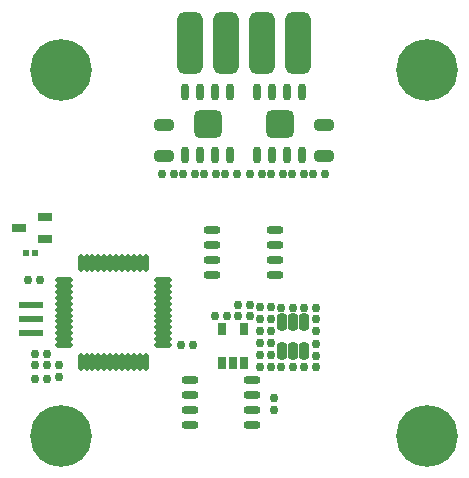
<source format=gbs>
G04*
G04 #@! TF.GenerationSoftware,Altium Limited,Altium Designer,23.8.1 (32)*
G04*
G04 Layer_Color=16711935*
%FSLAX44Y44*%
%MOMM*%
G71*
G04*
G04 #@! TF.SameCoordinates,63047707-2AD3-47D3-9D9A-8CE44674FD2A*
G04*
G04*
G04 #@! TF.FilePolarity,Negative*
G04*
G01*
G75*
%ADD19R,0.4682X0.4725*%
%ADD45C,5.2324*%
G04:AMPARAMS|DCode=67|XSize=0.9561mm|YSize=1.6098mm|CornerRadius=0.239mm|HoleSize=0mm|Usage=FLASHONLY|Rotation=270.000|XOffset=0mm|YOffset=0mm|HoleType=Round|Shape=RoundedRectangle|*
%AMROUNDEDRECTD67*
21,1,0.9561,1.1318,0,0,270.0*
21,1,0.4780,1.6098,0,0,270.0*
1,1,0.4780,-0.5659,-0.2390*
1,1,0.4780,-0.5659,0.2390*
1,1,0.4780,0.5659,0.2390*
1,1,0.4780,0.5659,-0.2390*
%
%ADD67ROUNDEDRECTD67*%
%ADD79R,1.2524X0.7524*%
%ADD80O,1.4524X0.6524*%
G04:AMPARAMS|DCode=81|XSize=0.6604mm|YSize=0.6604mm|CornerRadius=0.2032mm|HoleSize=0mm|Usage=FLASHONLY|Rotation=0.000|XOffset=0mm|YOffset=0mm|HoleType=Round|Shape=RoundedRectangle|*
%AMROUNDEDRECTD81*
21,1,0.6604,0.2540,0,0,0.0*
21,1,0.2540,0.6604,0,0,0.0*
1,1,0.4064,0.1270,-0.1270*
1,1,0.4064,-0.1270,-0.1270*
1,1,0.4064,-0.1270,0.1270*
1,1,0.4064,0.1270,0.1270*
%
%ADD81ROUNDEDRECTD81*%
G04:AMPARAMS|DCode=82|XSize=0.8524mm|YSize=1.4524mm|CornerRadius=0.2512mm|HoleSize=0mm|Usage=FLASHONLY|Rotation=0.000|XOffset=0mm|YOffset=0mm|HoleType=Round|Shape=RoundedRectangle|*
%AMROUNDEDRECTD82*
21,1,0.8524,0.9500,0,0,0.0*
21,1,0.3500,1.4524,0,0,0.0*
1,1,0.5024,0.1750,-0.4750*
1,1,0.5024,-0.1750,-0.4750*
1,1,0.5024,-0.1750,0.4750*
1,1,0.5024,0.1750,0.4750*
%
%ADD82ROUNDEDRECTD82*%
G04:AMPARAMS|DCode=83|XSize=5.2324mm|YSize=2.1844mm|CornerRadius=0.5842mm|HoleSize=0mm|Usage=FLASHONLY|Rotation=270.000|XOffset=0mm|YOffset=0mm|HoleType=Round|Shape=RoundedRectangle|*
%AMROUNDEDRECTD83*
21,1,5.2324,1.0160,0,0,270.0*
21,1,4.0640,2.1844,0,0,270.0*
1,1,1.1684,-0.5080,-2.0320*
1,1,1.1684,-0.5080,2.0320*
1,1,1.1684,0.5080,2.0320*
1,1,1.1684,0.5080,-2.0320*
%
%ADD83ROUNDEDRECTD83*%
G04:AMPARAMS|DCode=84|XSize=0.6604mm|YSize=0.6604mm|CornerRadius=0.2032mm|HoleSize=0mm|Usage=FLASHONLY|Rotation=90.000|XOffset=0mm|YOffset=0mm|HoleType=Round|Shape=RoundedRectangle|*
%AMROUNDEDRECTD84*
21,1,0.6604,0.2540,0,0,90.0*
21,1,0.2540,0.6604,0,0,90.0*
1,1,0.4064,0.1270,0.1270*
1,1,0.4064,0.1270,-0.1270*
1,1,0.4064,-0.1270,-0.1270*
1,1,0.4064,-0.1270,0.1270*
%
%ADD84ROUNDEDRECTD84*%
%ADD85R,2.0524X0.5524*%
%ADD86O,0.6524X1.4524*%
G04:AMPARAMS|DCode=87|XSize=2.4524mm|YSize=2.4524mm|CornerRadius=0.6512mm|HoleSize=0mm|Usage=FLASHONLY|Rotation=0.000|XOffset=0mm|YOffset=0mm|HoleType=Round|Shape=RoundedRectangle|*
%AMROUNDEDRECTD87*
21,1,2.4524,1.1500,0,0,0.0*
21,1,1.1500,2.4524,0,0,0.0*
1,1,1.3024,0.5750,-0.5750*
1,1,1.3024,-0.5750,-0.5750*
1,1,1.3024,-0.5750,0.5750*
1,1,1.3024,0.5750,0.5750*
%
%ADD87ROUNDEDRECTD87*%
G04:AMPARAMS|DCode=88|XSize=0.7524mm|YSize=1.0414mm|CornerRadius=0.2262mm|HoleSize=0mm|Usage=FLASHONLY|Rotation=0.000|XOffset=0mm|YOffset=0mm|HoleType=Round|Shape=RoundedRectangle|*
%AMROUNDEDRECTD88*
21,1,0.7524,0.5890,0,0,0.0*
21,1,0.3000,1.0414,0,0,0.0*
1,1,0.4524,0.1500,-0.2945*
1,1,0.4524,-0.1500,-0.2945*
1,1,0.4524,-0.1500,0.2945*
1,1,0.4524,0.1500,0.2945*
%
%ADD88ROUNDEDRECTD88*%
%ADD89O,0.4572X1.5240*%
%ADD90O,1.5240X0.4572*%
D19*
X-176318Y-508D02*
D03*
X-184361D02*
D03*
D45*
X-155000Y-155000D02*
D03*
X155000D02*
D03*
Y155000D02*
D03*
X-155000D02*
D03*
D67*
X-67818Y81731D02*
D03*
Y107753D02*
D03*
X68072Y108261D02*
D03*
Y82239D02*
D03*
D79*
X-190578Y21082D02*
D03*
X-168578Y11582D02*
D03*
Y30582D02*
D03*
D80*
X26500Y19050D02*
D03*
Y6350D02*
D03*
Y-6350D02*
D03*
Y-19050D02*
D03*
X-26500Y19050D02*
D03*
Y6350D02*
D03*
Y-6350D02*
D03*
Y-19050D02*
D03*
X-45550Y-146050D02*
D03*
Y-133350D02*
D03*
Y-120650D02*
D03*
Y-107950D02*
D03*
X7450Y-146050D02*
D03*
Y-133350D02*
D03*
Y-120650D02*
D03*
Y-107950D02*
D03*
D81*
X22860Y-45720D02*
D03*
Y-55880D02*
D03*
X13970Y-45720D02*
D03*
Y-55880D02*
D03*
X25908Y-133096D02*
D03*
Y-122936D02*
D03*
X-156718Y-105156D02*
D03*
Y-94996D02*
D03*
X13970Y-66040D02*
D03*
Y-76200D02*
D03*
X22860Y-66040D02*
D03*
Y-76200D02*
D03*
X60960Y-55880D02*
D03*
Y-66040D02*
D03*
Y-77470D02*
D03*
Y-87630D02*
D03*
X22860Y-86360D02*
D03*
Y-96520D02*
D03*
X13970Y-86360D02*
D03*
Y-96520D02*
D03*
D82*
X51410Y-59120D02*
D03*
X41910D02*
D03*
X32410D02*
D03*
Y-83120D02*
D03*
X41910D02*
D03*
X51410D02*
D03*
D83*
X15240Y177800D02*
D03*
X-45720D02*
D03*
X-15240D02*
D03*
X45720D02*
D03*
D84*
X-166624Y-85852D02*
D03*
X-176784D02*
D03*
X-172466Y-22860D02*
D03*
X-182626D02*
D03*
X-43180Y-78232D02*
D03*
X-53340D02*
D03*
X-23114Y66294D02*
D03*
X-33274D02*
D03*
X-58674D02*
D03*
X-68834D02*
D03*
X50800D02*
D03*
X40640D02*
D03*
X15240D02*
D03*
X5080D02*
D03*
X-5334D02*
D03*
X-15494D02*
D03*
X-40894D02*
D03*
X-51054D02*
D03*
X68580D02*
D03*
X58420D02*
D03*
X22860D02*
D03*
X33020D02*
D03*
X-176784Y-106680D02*
D03*
X-166624D02*
D03*
X50800Y-96520D02*
D03*
X60960D02*
D03*
X-176784Y-95504D02*
D03*
X-166624D02*
D03*
X5080Y-44450D02*
D03*
X-5080D02*
D03*
X5080Y-53340D02*
D03*
X-5080D02*
D03*
X-13970D02*
D03*
X-24130D02*
D03*
X60960Y-46990D02*
D03*
X50800D02*
D03*
X31750D02*
D03*
X41910D02*
D03*
X31750Y-96520D02*
D03*
X41910D02*
D03*
D85*
X-180086Y-44134D02*
D03*
Y-56134D02*
D03*
Y-68134D02*
D03*
D86*
X11430Y135720D02*
D03*
X-11430Y82720D02*
D03*
X-24130D02*
D03*
X-36830D02*
D03*
X-49530D02*
D03*
X-11430Y135720D02*
D03*
X-24130D02*
D03*
X-36830D02*
D03*
X-49530D02*
D03*
X24130D02*
D03*
X36830D02*
D03*
X49530D02*
D03*
X11430Y82720D02*
D03*
X24130D02*
D03*
X36830D02*
D03*
X49530D02*
D03*
D87*
X-30480Y109220D02*
D03*
X30480D02*
D03*
D88*
X-18390Y-93740D02*
D03*
X-8890D02*
D03*
X610D02*
D03*
Y-64784D02*
D03*
X-18390D02*
D03*
D89*
X-92990Y-8890D02*
D03*
X-87990D02*
D03*
X-82990D02*
D03*
X-97990D02*
D03*
X-102990D02*
D03*
X-122990D02*
D03*
X-117990D02*
D03*
X-107990D02*
D03*
X-112990D02*
D03*
X-127990D02*
D03*
X-132990D02*
D03*
X-137990D02*
D03*
X-82990Y-92710D02*
D03*
X-87990D02*
D03*
X-92990D02*
D03*
X-107990D02*
D03*
X-112990D02*
D03*
X-102990D02*
D03*
X-97990D02*
D03*
X-117990D02*
D03*
X-122990D02*
D03*
X-137990D02*
D03*
X-132990D02*
D03*
X-127990D02*
D03*
D90*
X-68580Y-53300D02*
D03*
Y-23300D02*
D03*
Y-28300D02*
D03*
Y-33300D02*
D03*
Y-48300D02*
D03*
Y-43300D02*
D03*
Y-38300D02*
D03*
Y-58300D02*
D03*
Y-63300D02*
D03*
X-68580Y-78300D02*
D03*
X-68580Y-73300D02*
D03*
Y-68300D02*
D03*
X-152400Y-68300D02*
D03*
Y-73300D02*
D03*
Y-78300D02*
D03*
Y-63300D02*
D03*
Y-58300D02*
D03*
Y-38300D02*
D03*
Y-43300D02*
D03*
Y-53300D02*
D03*
Y-48300D02*
D03*
Y-33300D02*
D03*
Y-28300D02*
D03*
Y-23300D02*
D03*
M02*

</source>
